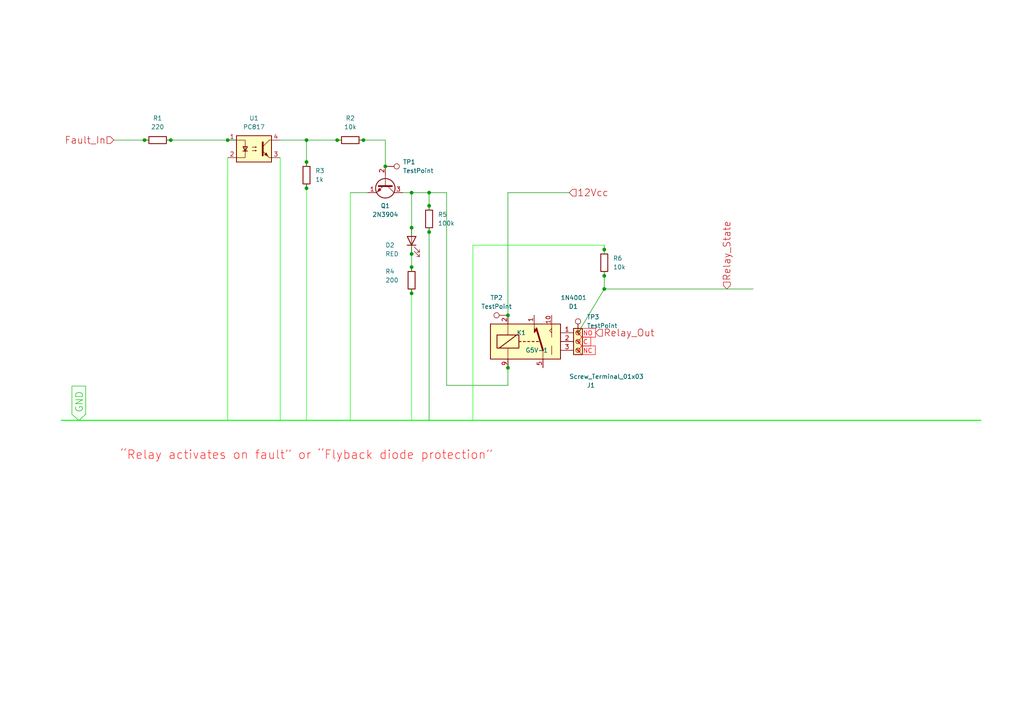
<source format=kicad_sch>
(kicad_sch (version 20250114) (generator "eeschema") (generator_version "9.0")
  (paper "A4")
  (lib_symbols
    (symbol "Connector:Screw_Terminal_01x03" (pin_names (offset 1.016) (hide yes))
      (property "Reference" "J" (at 0 5.08 0))
      (property "Value" "Screw_Terminal_01x03" (at 0 -5.08 0))
      (symbol "Screw_Terminal_01x03_1_1"
        (rectangle (start -1.27 3.81) (end 1.27 -3.81) (stroke (width 0.254)) (fill (type background)))
        (polyline (pts (xy -0.5334 2.8702) (xy 0.3302 2.032)) (stroke (width 0.1524)))
        (polyline (pts (xy -0.5334 0.3302) (xy 0.3302 -0.508)) (stroke (width 0.1524)))
        (polyline (pts (xy -0.5334 -2.2098) (xy 0.3302 -3.048)) (stroke (width 0.1524)))
        (polyline (pts (xy -0.3556 3.048) (xy 0.508 2.2098)) (stroke (width 0.1524)))
        (polyline (pts (xy -0.3556 0.508) (xy 0.508 -0.3302)) (stroke (width 0.1524)))
        (polyline (pts (xy -0.3556 -2.032) (xy 0.508 -2.8702)) (stroke (width 0.1524)))
        (circle (center 0 2.54) (radius 0.635) (stroke (width 0.1524)))
        (circle (center 0 0) (radius 0.635) (stroke (width 0.1524)))
        (circle (center 0 -2.54) (radius 0.635) (stroke (width 0.1524)))
        (pin passive line (at -5.08 2.54 0) (length 3.81) (name "Pin_1") (number "1"))
        (pin passive line (at -5.08 0 0) (length 3.81) (name "Pin_2") (number "2"))
        (pin passive line (at -5.08 -2.54 0) (length 3.81) (name "Pin_3") (number "3"))
      )
    )
    (symbol "Connector:TestPoint" (pin_numbers (hide yes)) (pin_names (offset 0.762) (hide yes))
      (property "Reference" "TP" (at 0 6.858 0))
      (property "Value" "TestPoint" (at 0 5.08 0))
      (symbol "TestPoint_0_1"
        (circle (center 0 3.302) (radius 0.762))
      )
      (symbol "TestPoint_1_1"
        (pin passive line (at 0 0 90) (length 2.54) (name "1") (number "1"))
      )
    )
    (symbol "Diode:1N4001" (pin_numbers (hide yes)) (pin_names (hide yes))
      (property "Reference" "D" (at 0 2.54 0))
      (property "Value" "1N4001" (at 0 -2.54 0))
      (symbol "1N4001_0_1"
        (polyline (pts (xy -1.27 1.27) (xy -1.27 -1.27)) (stroke (width 0.254)))
        (polyline (pts (xy 1.27 1.27) (xy 1.27 -1.27) (xy -1.27 0) (xy 1.27 1.27)) (stroke (width 0.254)))
        (polyline (pts (xy 1.27 0) (xy -1.27 0)))
      )
      (symbol "1N4001_1_1"
        (pin passive line (at -3.81 0 0) (length 2.54) (name "K") (number "1"))
        (pin passive line (at 3.81 0 180) (length 2.54) (name "A") (number "2"))
      )
    )
    (symbol "FAULT_LED_DRIVER:LED" (pin_numbers (hide yes)) (pin_names (offset 1.016) (hide yes))
      (property "Reference" "D" (at 0 2.54 0))
      (property "Value" "LED" (at 0 -2.54 0))
      (symbol "LED_0_1"
        (polyline (pts (xy -3.048 -0.762) (xy -4.572 -2.286) (xy -3.81 -2.286) (xy -4.572 -2.286) (xy -4.572 -1.524)))
        (polyline (pts (xy -1.778 -0.762) (xy -3.302 -2.286) (xy -2.54 -2.286) (xy -3.302 -2.286) (xy -3.302 -1.524)))
        (polyline (pts (xy -1.27 0) (xy 1.27 0)))
        (polyline (pts (xy -1.27 -1.27) (xy -1.27 1.27)) (stroke (width 0.254)))
        (polyline (pts (xy 1.27 -1.27) (xy 1.27 1.27) (xy -1.27 0) (xy 1.27 -1.27)) (stroke (width 0.254)))
      )
      (symbol "LED_1_1"
        (pin passive line (at -3.81 0 0) (length 2.54) (name "K") (number "1"))
        (pin passive line (at 3.81 0 180) (length 2.54) (name "A") (number "2"))
      )
    )
    (symbol "FAULT_LED_DRIVER:R" (pin_numbers (hide yes)) (pin_names (offset 0))
      (property "Reference" "R" (at 2.032 0 90))
      (property "Value" "R" (at 0 0 90))
      (symbol "R_0_1"
        (rectangle (start -1.016 -2.54) (end 1.016 2.54) (stroke (width 0.254)))
      )
      (symbol "R_1_1"
        (pin passive line (at 0 3.81 270) (length 1.27) (name "~") (number "1"))
        (pin passive line (at 0 -3.81 90) (length 1.27) (name "~") (number "2"))
      )
    )
    (symbol "Isolator:PC817" (pin_names (offset 1.016))
      (property "Reference" "U" (at -5.08 5.08 0))
      (property "Value" "PC817" (at 0 5.08 0))
      (symbol "PC817_0_1"
        (rectangle (start -5.08 3.81) (end 5.08 -3.81) (stroke (width 0.254)) (fill (type background)))
        (polyline (pts (xy -5.08 2.54) (xy -2.54 2.54) (xy -2.54 -0.635)))
        (polyline (pts (xy -3.175 -0.635) (xy -1.905 -0.635)) (stroke (width 0.254)))
        (polyline (pts (xy -2.54 -0.635) (xy -2.54 -2.54) (xy -5.08 -2.54)))
        (polyline (pts (xy -2.54 -0.635) (xy -3.175 0.635) (xy -1.905 0.635) (xy -2.54 -0.635)) (stroke (width 0.254)))
        (polyline (pts (xy -0.508 0.508) (xy 0.762 0.508) (xy 0.381 0.381) (xy 0.381 0.635) (xy 0.762 0.508)))
        (polyline (pts (xy -0.508 -0.508) (xy 0.762 -0.508) (xy 0.381 -0.635) (xy 0.381 -0.381) (xy 0.762 -0.508)))
        (polyline (pts (xy 2.54 1.905) (xy 2.54 -1.905)) (stroke (width 0.508)))
        (polyline (pts (xy 2.54 0.635) (xy 4.445 2.54)))
        (polyline (pts (xy 3.048 -1.651) (xy 3.556 -1.143) (xy 4.064 -2.159) (xy 3.048 -1.651)) (fill (type outline)))
        (polyline (pts (xy 4.445 2.54) (xy 5.08 2.54)))
        (polyline (pts (xy 4.445 -2.54) (xy 2.54 -0.635)) (fill (type outline)))
        (polyline (pts (xy 4.445 -2.54) (xy 5.08 -2.54)))
      )
      (symbol "PC817_1_1"
        (pin passive line (at -7.62 2.54 0) (length 2.54) (name "~") (number "1"))
        (pin passive line (at -7.62 -2.54 0) (length 2.54) (name "~") (number "2"))
        (pin passive line (at 7.62 2.54 180) (length 2.54) (name "~") (number "4"))
        (pin passive line (at 7.62 -2.54 180) (length 2.54) (name "~") (number "3"))
      )
    )
    (symbol "Relay:G5V-1"
      (property "Reference" "K" (at 11.43 3.81 0))
      (property "Value" "G5V-1" (at 11.43 1.27 0))
      (symbol "G5V-1_0_0"
        (polyline (pts (xy 7.62 5.08) (xy 7.62 2.54) (xy 6.985 3.175) (xy 7.62 3.81)))
      )
      (symbol "G5V-1_0_1"
        (rectangle (start -10.16 5.08) (end 10.16 -5.08) (stroke (width 0.254)) (fill (type background)))
        (rectangle (start -8.255 1.905) (end -1.905 -1.905) (stroke (width 0.254)))
        (polyline (pts (xy -7.62 -1.905) (xy -2.54 1.905)) (stroke (width 0.254)))
        (polyline (pts (xy -5.08 5.08) (xy -5.08 1.905)))
        (polyline (pts (xy -5.08 -5.08) (xy -5.08 -1.905)))
        (polyline (pts (xy -1.905 0) (xy -1.27 0)) (stroke (width 0.254)))
        (polyline (pts (xy -0.635 0) (xy 0 0)) (stroke (width 0.254)))
        (polyline (pts (xy 0.635 0) (xy 1.27 0)) (stroke (width 0.254)))
        (polyline (pts (xy 1.905 0) (xy 2.54 0)) (stroke (width 0.254)))
        (polyline (pts (xy 2.54 5.08) (xy 2.54 2.54) (xy 3.175 3.175) (xy 2.54 3.81)) (fill (type outline)))
        (polyline (pts (xy 3.175 0) (xy 3.81 0)) (stroke (width 0.254)))
        (polyline (pts (xy 5.08 -2.54) (xy 3.175 3.81)) (stroke (width 0.508)))
        (polyline (pts (xy 5.08 -2.54) (xy 5.08 -5.08)))
      )
      (symbol "G5V-1_1_1"
        (pin passive line (at -5.08 7.62 270) (length 2.54) (name "~") (number "2"))
        (pin passive line (at -5.08 -7.62 90) (length 2.54) (name "~") (number "9"))
        (pin passive line (at 2.54 7.62 270) (length 2.54) (name "~") (number "1"))
        (pin passive line (at 5.08 -7.62 90) (length 2.54) (name "~") (number "5"))
        (pin passive line (at 5.08 -7.62 90) (length 2.54) (hide yes) (name "~") (number "6"))
        (pin passive line (at 7.62 7.62 270) (length 2.54) (name "~") (number "10"))
      )
    )
    (symbol "Transistor_BJT:2N3904" (pin_names (offset 0) (hide yes))
      (property "Reference" "Q" (at 5.08 1.905 0))
      (property "Value" "2N3904" (at 5.08 0 0))
      (symbol "2N3904_0_1"
        (polyline (pts (xy -2.54 0) (xy 0.635 0)))
        (polyline (pts (xy 0.635 1.905) (xy 0.635 -1.905)) (stroke (width 0.508)))
        (circle (center 1.27 0) (radius 2.8194) (stroke (width 0.254)))
      )
      (symbol "2N3904_1_1"
        (polyline (pts (xy 0.635 0.635) (xy 2.54 2.54)))
        (polyline (pts (xy 0.635 -0.635) (xy 2.54 -2.54)))
        (polyline (pts (xy 1.27 -1.778) (xy 1.778 -1.27) (xy 2.286 -2.286) (xy 1.27 -1.778)) (fill (type outline)))
        (pin input line (at -5.08 0 0) (length 2.54) (name "B") (number "2"))
        (pin passive line (at 2.54 5.08 270) (length 2.54) (name "C") (number "3"))
        (pin passive line (at 2.54 -5.08 90) (length 2.54) (name "E") (number "1"))
      )
    )
  )
  (text "“Relay activates on fault” or “Flyback diode protection”" (at 88.9 132.08 0) (effects (font (size 2.5 2.5))))
  (junction (at 147.32 106.68))
  (junction (at 175.26 72.39))
  (junction (at 124.46 55.88))
  (junction (at 119.38 85.09))
  (junction (at 66.04 40.64))
  (junction (at 111.76 48.26))
  (junction (at 119.38 73.66))
  (junction (at 147.32 91.44))
  (junction (at 119.38 77.47))
  (junction (at 49.53 40.64))
  (junction (at 119.38 55.88))
  (junction (at 105.41 40.64))
  (junction (at 97.79 40.64))
  (junction (at 175.26 83.82))
  (junction (at 88.9 40.64))
  (junction (at 119.38 66.04))
  (junction (at 88.9 54.61))
  (junction (at 124.46 67.31))
  (junction (at 124.46 59.69))
  (junction (at 41.91 40.64))
  (junction (at 175.26 80.01))
  (junction (at 88.9 46.99))
  (wire (pts (xy 49.53 40.64) (xy 66.04 40.64)))
  (wire (pts (xy 175.26 80.01) (xy 175.26 83.82)))
  (wire (pts (xy 119.38 83.82) (xy 119.38 85.09)))
  (wire (pts (xy 106.68 55.88) (xy 101.6 55.88)))
  (wire (pts (xy 147.32 55.88) (xy 147.32 91.44)))
  (wire (pts (xy 88.9 54.61) (xy 88.9 121.92)) (stroke (width 0) (color 0 255 0 1)))
  (wire (pts (xy 147.32 106.68) (xy 147.32 111.76)))
  (wire (pts (xy 41.91 40.64) (xy 43.18 40.64)))
  (wire (pts (xy 48.26 40.64) (xy 49.53 40.64)))
  (wire (pts (xy 119.38 77.47) (xy 119.38 78.74)))
  (wire (pts (xy 119.38 55.88) (xy 124.46 55.88)))
  (wire (pts (xy 175.26 72.39) (xy 175.26 73.66)))
  (wire (pts (xy 88.9 46.99) (xy 88.9 40.64)))
  (wire (pts (xy 119.38 68.58) (xy 119.38 66.04)))
  (wire (pts (xy 124.46 67.31) (xy 124.46 121.92)))
  (wire (pts (xy 66.04 45.72) (xy 66.04 121.92)) (stroke (width 0) (color 0 255 0 1)))
  (wire (pts (xy 111.76 40.64) (xy 111.76 48.26)))
  (wire (pts (xy 81.28 40.64) (xy 88.9 40.64)))
  (wire (pts (xy 88.9 53.34) (xy 88.9 54.61)))
  (wire (pts (xy 175.26 83.82) (xy 218.44 83.82)))
  (wire (pts (xy 147.32 104.14) (xy 147.32 106.68)))
  (wire (pts (xy 97.79 40.64) (xy 99.06 40.64)))
  (wire (pts (xy 147.32 55.88) (xy 165.1 55.88)))
  (wire (pts (xy 119.38 73.66) (xy 119.38 77.47)))
  (wire (pts (xy 101.6 55.88) (xy 101.6 121.92)) (stroke (width 0) (color 0 255 0 1)))
  (wire (pts (xy 116.84 55.88) (xy 119.38 55.88)))
  (wire (pts (xy 175.26 71.12) (xy 175.26 72.39)))
  (wire (pts (xy 175.26 78.74) (xy 175.26 80.01)))
  (wire (pts (xy 124.46 55.88) (xy 129.54 55.88)))
  (wire (pts (xy 167.64 96.52) (xy 175.26 83.82)))
  (wire (pts (xy 147.32 111.76) (xy 129.54 111.76)))
  (wire (pts (xy 124.46 66.04) (xy 124.46 67.31)))
  (wire (pts (xy 81.28 45.72) (xy 81.28 121.92)) (stroke (width 0) (color 0 255 0 1)))
  (wire (pts (xy 175.26 71.12) (xy 137.16 71.12)) (stroke (width 0) (color 0 255 0 1)))
  (wire (pts (xy 104.14 40.64) (xy 105.41 40.64)))
  (wire (pts (xy 66.04 40.64) (xy 68.58 40.64)))
  (wire (pts (xy 105.41 40.64) (xy 111.76 40.64)))
  (wire (pts (xy 119.38 85.09) (xy 119.38 121.92)) (stroke (width 0) (color 0 255 0 1)))
  (wire (pts (xy 88.9 48.26) (xy 88.9 46.99)))
  (wire (pts (xy 119.38 71.12) (xy 119.38 73.66)))
  (wire (pts (xy 137.16 71.12) (xy 137.16 121.92)) (stroke (width 0) (color 0 255 0 1)))
  (wire (pts (xy 124.46 60.96) (xy 124.46 59.69)))
  (wire (pts (xy 33.02 40.64) (xy 41.91 40.64)))
  (wire (pts (xy 129.54 111.76) (xy 129.54 55.88)))
  (bus (pts (xy 17.78 121.92) (xy 284.48 121.92)) (stroke (width 0) (color 0 255 0 1)))
  (wire (pts (xy 88.9 40.64) (xy 97.79 40.64)))
  (wire (pts (xy 124.46 59.69) (xy 124.46 55.88)))
  (wire (pts (xy 119.38 66.04) (xy 119.38 55.88)))
  (global_label "NO" (shape input) (at 167.64 96.52 0) (property "Intersheetrefs" "${INTERSHEET_REFS}" (effects (hide yes))))
  (global_label "C" (shape input) (at 167.64 99.06 0) (property "Intersheetrefs" "${INTERSHEET_REFS}" (effects (hide yes))))
  (global_label "NC" (shape input) (at 167.64 101.6 0) (property "Intersheetrefs" "${INTERSHEET_REFS}" (effects (hide yes))))
  (global_label "GND" (shape input) (at 22.86 121.92 90) (effects (font (size 2 2))) (property "Intersheetrefs" "${INTERSHEET_REFS}" (effects (hide yes))))
  (hierarchical_label "Fault_In" (shape input) (at 33.02 40.64 180) (effects (font (size 2 2))))
  (hierarchical_label "Relay_State" (shape input) (at 210.82 83.82 90) (effects (font (size 2 2))))
  (hierarchical_label "12Vcc" (shape input) (at 165.1 55.88 0) (effects (font (size 2 2))))
  (hierarchical_label "Relay_Out" (shape input) (at 172.72 96.52 0) (effects (font (size 2 2))))
  (symbol (lib_id "Connector:TestPoint") (at 111.76 48.26 270) (unit 1)
    (property "Reference" "TP1" (at 116.84 46.9899 90) (effects (justify left)))
    (property "Value" "TestPoint" (at 116.84 49.5299 90) (effects (justify left)))
    (property "Description" "test point" (effects (hide yes)))
  )
  (symbol (lib_id "Isolator:PC817") (at 73.66 43.18 0) (unit 1)
    (property "Reference" "U1" (at 73.66 34.29 0))
    (property "Value" "PC817" (at 73.66 36.83 0))
    (property "Footprint" "Package_DIP:DIP-4_W7.62mm" (effects (hide yes)))
    (property "Datasheet" "http://www.soselectronic.cz/a_info/resource/d/pc817.pdf" (effects (hide yes)))
    (property "Description" "DC Optocoupler, Vce 35V, CTR 50-300%, DIP-4" (effects (hide yes)))
  )
  (symbol (lib_id "Connector:TestPoint") (at 147.32 91.44 90) (unit 1)
    (property "Reference" "TP2" (at 144.018 86.36 90))
    (property "Value" "TestPoint" (at 144.018 88.9 90))
    (property "Description" "test point" (effects (hide yes)))
  )
  (symbol (lib_id "FAULT_LED_DRIVER:R") (at 101.6 40.64 90) (unit 1)
    (property "Reference" "R2" (at 101.6 34.29 90))
    (property "Value" "10k" (at 101.6 36.83 90))
    (property "Description" "Resistor" (effects (hide yes)))
  )
  (symbol (lib_id "Diode:1N4001") (at 160.02 99.06 90) (unit 1)
    (property "Reference" "D1" (at 167.64 88.9 90) (effects (justify left)))
    (property "Value" "1N4001" (at 170.18 86.36 90) (effects (justify left)))
    (property "Footprint" "Diode_THT:D_DO-41_SOD81_P10.16mm_Horizontal" (effects (hide yes)))
    (property "Datasheet" "http://www.vishay.com/docs/88503/1n4001.pdf" (effects (hide yes)))
    (property "Description" "50V 1A General Purpose Rectifier Diode, DO-41" (effects (hide yes)))
    (property "Sim.Device" "D" (effects (hide yes)))
    (property "Sim.Pins" "1=K 2=A" (effects (hide yes)))
  )
  (symbol (lib_id "Connector:Screw_Terminal_01x03") (at 167.64 99.06 0) (unit 1)
    (property "Reference" "J1" (at 170.18 111.76 0) (effects (justify left)))
    (property "Value" "Screw_Terminal_01x03" (at 165.1 109.22 0) (effects (justify left)))
    (property "Description" "Generic screw terminal, single row, 01x03, script generated (kicad-library-utils/schlib/autogen/connector/)" (effects (hide yes)))
  )
  (symbol (lib_id "Relay:G5V-1") (at 152.4 99.06 0) (unit 1)
    (property "Reference" "K1" (at 149.86 96.52 0) (effects (justify left)))
    (property "Value" "G5V-1" (at 152.4 101.6 0) (effects (justify left)))
    (property "Footprint" "Relay_THT:Relay_SPDT_Omron_G5V-1" (effects (hide yes)))
    (property "Datasheet" "http://omronfs.omron.com/en_US/ecb/products/pdf/en-g5v_1.pdf" (effects (hide yes)))
    (property "Description" "Ultra-miniature, Highly Sensitive SPDT Relay for Signal Circuits" (effects (hide yes)))
  )
  (symbol (lib_id "FAULT_LED_DRIVER:R") (at 45.72 40.64 90) (unit 1)
    (property "Reference" "R1" (at 45.72 34.29 90))
    (property "Value" "220" (at 45.72 36.83 90))
    (property "Description" "Resistor" (effects (hide yes)))
  )
  (symbol (lib_id "FAULT_LED_DRIVER:LED") (at 119.38 69.85 90) (unit 1)
    (property "Reference" "D2" (at 111.76 71.12 90) (effects (justify right)))
    (property "Value" "RED" (at 111.76 73.66 90) (effects (justify right)))
    (property "Description" "Light emitting diode" (effects (hide yes)))
    (property "Sim.Pins" "1=K 2=A" (effects (hide yes)))
  )
  (symbol (lib_id "FAULT_LED_DRIVER:R") (at 88.9 50.8 0) (unit 1)
    (property "Reference" "R3" (at 91.44 49.5299 0) (effects (justify left)))
    (property "Value" "1k" (at 91.44 52.0699 0) (effects (justify left)))
    (property "Description" "Resistor" (effects (hide yes)))
  )
  (symbol (lib_id "FAULT_LED_DRIVER:R") (at 119.38 81.28 180) (unit 1)
    (property "Reference" "R4" (at 111.76 78.74 0) (effects (justify right)))
    (property "Value" "200" (at 111.76 81.28 0) (effects (justify right)))
    (property "Description" "Resistor" (effects (hide yes)))
  )
  (symbol (lib_id "FAULT_LED_DRIVER:R") (at 124.46 63.5 0) (unit 1)
    (property "Reference" "R5" (at 127 62.2299 0) (effects (justify left)))
    (property "Value" "100k" (at 127 64.7699 0) (effects (justify left)))
    (property "Description" "Resistor" (effects (hide yes)))
  )
  (symbol (lib_id "Connector:TestPoint") (at 167.64 96.52 0) (unit 1)
    (property "Reference" "TP3" (at 170.18 91.9479 0) (effects (justify left)))
    (property "Value" "TestPoint" (at 170.18 94.4879 0) (effects (justify left)))
    (property "Description" "test point" (effects (hide yes)))
  )
  (symbol (lib_id "Transistor_BJT:2N3904") (at 111.76 53.34 270) (unit 1)
    (property "Reference" "Q1" (at 111.76 59.69 90))
    (property "Value" "2N3904" (at 111.76 62.23 90))
    (property "Footprint" "Package_TO_SOT_THT:TO-92_Inline" (effects (hide yes)))
    (property "Datasheet" "https://www.onsemi.com/pub/Collateral/2N3903-D.PDF" (effects (hide yes)))
    (property "Description" "0.2A Ic, 40V Vce, Small Signal NPN Transistor, TO-92" (effects (hide yes)))
  )
  (symbol (lib_id "FAULT_LED_DRIVER:R") (at 175.26 76.2 0) (unit 1)
    (property "Reference" "R6" (at 177.8 74.9299 0) (effects (justify left)))
    (property "Value" "10k" (at 177.8 77.4699 0) (effects (justify left)))
    (property "Description" "Resistor" (effects (hide yes)))
  )
)
</source>
